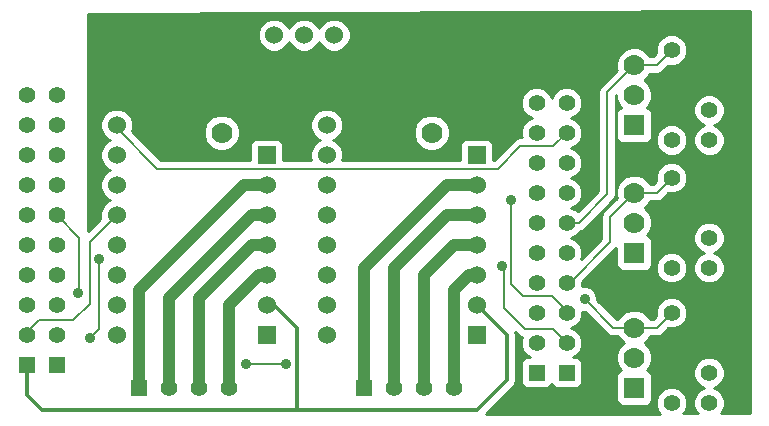
<source format=gtl>
G04 (created by PCBNEW (2012-nov-02)-testing) date Mon 24 Dec 2012 03:27:36 AM MST*
%MOIN*%
G04 Gerber Fmt 3.4, Leading zero omitted, Abs format*
%FSLAX34Y34*%
G01*
G70*
G90*
G04 APERTURE LIST*
%ADD10C,0.006*%
%ADD11R,0.055X0.055*%
%ADD12C,0.055*%
%ADD13R,0.06X0.06*%
%ADD14C,0.06*%
%ADD15R,0.07X0.07*%
%ADD16C,0.07*%
%ADD17C,0.035*%
%ADD18C,0.05*%
%ADD19C,0.008*%
%ADD20C,0.04*%
%ADD21C,0.012*%
%ADD22C,0.01*%
G04 APERTURE END LIST*
G54D10*
G54D11*
X99150Y-10200D03*
G54D12*
X99150Y-11200D03*
X99150Y-12200D03*
X99150Y-13200D03*
G54D11*
X99150Y-14450D03*
G54D12*
X99150Y-15450D03*
X99150Y-16450D03*
X99150Y-17450D03*
G54D11*
X87650Y-21450D03*
G54D12*
X88650Y-21450D03*
X89650Y-21450D03*
X90650Y-21450D03*
G54D11*
X80150Y-21450D03*
G54D12*
X81150Y-21450D03*
X82150Y-21450D03*
X83150Y-21450D03*
G54D11*
X99150Y-18950D03*
G54D12*
X99150Y-19950D03*
X99150Y-20950D03*
X99150Y-21950D03*
G54D11*
X76400Y-20700D03*
G54D12*
X76400Y-19700D03*
X76400Y-18700D03*
X76400Y-17700D03*
X76400Y-16700D03*
X76400Y-15700D03*
X76400Y-14700D03*
X76400Y-13700D03*
X76400Y-12700D03*
X76400Y-11700D03*
G54D11*
X93400Y-20950D03*
G54D12*
X93400Y-19950D03*
X93400Y-18950D03*
X93400Y-17950D03*
X93400Y-16950D03*
X93400Y-15950D03*
X93400Y-14950D03*
X93400Y-13950D03*
X93400Y-12950D03*
X93400Y-11950D03*
G54D11*
X77400Y-20700D03*
G54D12*
X77400Y-19700D03*
X77400Y-18700D03*
X77400Y-17700D03*
X77400Y-16700D03*
X77400Y-15700D03*
X77400Y-14700D03*
X77400Y-13700D03*
X77400Y-12700D03*
X77400Y-11700D03*
G54D11*
X94400Y-20950D03*
G54D12*
X94400Y-19950D03*
X94400Y-18950D03*
X94400Y-17950D03*
X94400Y-16950D03*
X94400Y-15950D03*
X94400Y-14950D03*
X94400Y-13950D03*
X94400Y-12950D03*
X94400Y-11950D03*
X97900Y-18950D03*
X97900Y-21950D03*
X97900Y-14450D03*
X97900Y-17450D03*
X97900Y-10200D03*
X97900Y-13200D03*
G54D13*
X84650Y-10700D03*
G54D14*
X84650Y-9700D03*
X85650Y-10700D03*
X85650Y-9700D03*
X86650Y-10700D03*
X86650Y-9700D03*
G54D15*
X80900Y-12950D03*
G54D16*
X82900Y-12950D03*
G54D15*
X87900Y-12950D03*
G54D16*
X89900Y-12950D03*
G54D13*
X91400Y-19700D03*
G54D14*
X91400Y-18700D03*
X91400Y-17700D03*
X91400Y-16700D03*
X91400Y-15700D03*
X91400Y-14700D03*
G54D13*
X91400Y-13700D03*
G54D14*
X91400Y-12700D03*
X86400Y-12700D03*
X86400Y-13700D03*
X86400Y-14700D03*
X86400Y-15700D03*
X86400Y-16700D03*
X86400Y-17700D03*
X86400Y-18700D03*
X86400Y-19700D03*
G54D13*
X84400Y-19700D03*
G54D14*
X84400Y-18700D03*
X84400Y-17700D03*
X84400Y-16700D03*
X84400Y-15700D03*
X84400Y-14700D03*
G54D13*
X84400Y-13700D03*
G54D14*
X84400Y-12700D03*
X79400Y-12700D03*
X79400Y-13700D03*
X79400Y-14700D03*
X79400Y-15700D03*
X79400Y-16700D03*
X79400Y-17700D03*
X79400Y-18700D03*
X79400Y-19700D03*
G54D16*
X96650Y-19450D03*
X96650Y-20450D03*
G54D15*
X96650Y-21450D03*
G54D16*
X96650Y-14950D03*
X96650Y-15950D03*
G54D15*
X96650Y-16950D03*
G54D16*
X96650Y-10700D03*
X96650Y-11700D03*
G54D15*
X96650Y-12700D03*
G54D17*
X95000Y-18500D03*
X78100Y-18300D03*
X78800Y-17150D03*
X78500Y-19800D03*
X83700Y-20650D03*
X85050Y-20650D03*
X92250Y-17400D03*
X92550Y-15200D03*
G54D18*
X86650Y-10700D02*
X94650Y-10700D01*
X98400Y-9450D02*
X99150Y-10200D01*
X95900Y-9450D02*
X98400Y-9450D01*
X94650Y-10700D02*
X95900Y-9450D01*
X99150Y-10200D02*
X99150Y-11200D01*
X91400Y-12700D02*
X91150Y-12700D01*
X90400Y-11950D02*
X87900Y-11950D01*
X91150Y-12700D02*
X90400Y-11950D01*
X80900Y-12950D02*
X80900Y-11700D01*
X81900Y-10700D02*
X84650Y-10700D01*
X80900Y-11700D02*
X81900Y-10700D01*
X86650Y-10700D02*
X86900Y-10700D01*
X87900Y-11700D02*
X87900Y-11950D01*
X87900Y-11950D02*
X87900Y-12950D01*
X86900Y-10700D02*
X87900Y-11700D01*
X84400Y-12700D02*
X84400Y-10950D01*
X84400Y-10950D02*
X84650Y-10700D01*
G54D19*
X96650Y-19450D02*
X97400Y-19450D01*
X97400Y-19450D02*
X97900Y-18950D01*
X96650Y-19450D02*
X95950Y-19450D01*
X95950Y-19450D02*
X95000Y-18500D01*
X78150Y-16450D02*
X77400Y-15700D01*
X78150Y-18250D02*
X78150Y-16450D01*
X78100Y-18300D02*
X78150Y-18250D01*
X79400Y-12700D02*
X79400Y-12800D01*
X93950Y-13400D02*
X94400Y-12950D01*
X92850Y-13400D02*
X93950Y-13400D01*
X92100Y-14150D02*
X92850Y-13400D01*
X80750Y-14150D02*
X92100Y-14150D01*
X79400Y-12800D02*
X80750Y-14150D01*
X96650Y-14950D02*
X97400Y-14950D01*
X97400Y-14950D02*
X97900Y-14450D01*
X94400Y-17950D02*
X94500Y-17950D01*
X95850Y-15750D02*
X96650Y-14950D01*
X95850Y-16600D02*
X95850Y-15750D01*
X94500Y-17950D02*
X95850Y-16600D01*
X78800Y-19500D02*
X78800Y-17150D01*
X78500Y-19800D02*
X78800Y-19500D01*
X85050Y-20650D02*
X83700Y-20650D01*
X96650Y-10700D02*
X97400Y-10700D01*
X97400Y-10700D02*
X97900Y-10200D01*
X94400Y-15950D02*
X94800Y-15950D01*
X95750Y-11600D02*
X96650Y-10700D01*
X95750Y-15000D02*
X95750Y-11600D01*
X94800Y-15950D02*
X95750Y-15000D01*
X76400Y-19700D02*
X76400Y-19600D01*
X78500Y-16600D02*
X79400Y-15700D01*
X78500Y-18650D02*
X78500Y-16600D01*
X77950Y-19200D02*
X78500Y-18650D01*
X76800Y-19200D02*
X77950Y-19200D01*
X76400Y-19600D02*
X76800Y-19200D01*
X93950Y-19500D02*
X94400Y-19950D01*
X93000Y-19500D02*
X93950Y-19500D01*
X92300Y-18800D02*
X93000Y-19500D01*
X92300Y-17450D02*
X92300Y-18800D01*
X92250Y-17400D02*
X92300Y-17450D01*
X94400Y-18950D02*
X94400Y-18900D01*
X92550Y-18000D02*
X92550Y-15200D01*
X92950Y-18400D02*
X92550Y-18000D01*
X93900Y-18400D02*
X92950Y-18400D01*
X94400Y-18900D02*
X93900Y-18400D01*
G54D20*
X91400Y-14700D02*
X90400Y-14700D01*
X90400Y-14700D02*
X87650Y-17450D01*
X87650Y-17450D02*
X87650Y-21450D01*
X80150Y-21450D02*
X80150Y-18200D01*
X80150Y-18200D02*
X83650Y-14700D01*
X83650Y-14700D02*
X84400Y-14700D01*
X84400Y-15700D02*
X83900Y-15700D01*
X83900Y-15700D02*
X81150Y-18450D01*
X81150Y-18450D02*
X81150Y-21450D01*
X82150Y-21450D02*
X82150Y-18450D01*
X82150Y-18450D02*
X83900Y-16700D01*
X83900Y-16700D02*
X84400Y-16700D01*
X84400Y-17700D02*
X84150Y-17700D01*
X84150Y-17700D02*
X83150Y-18700D01*
X83150Y-18700D02*
X83150Y-21450D01*
X91400Y-15700D02*
X90400Y-15700D01*
X90400Y-15700D02*
X88650Y-17450D01*
X88650Y-17450D02*
X88650Y-21450D01*
X91400Y-17700D02*
X91150Y-17700D01*
X91150Y-17700D02*
X90650Y-18200D01*
X90650Y-18200D02*
X90650Y-21450D01*
X91400Y-16700D02*
X90650Y-16700D01*
X90650Y-16700D02*
X89650Y-17700D01*
X89650Y-17700D02*
X89650Y-21450D01*
G54D21*
X84400Y-18700D02*
X84650Y-18700D01*
X85400Y-19450D02*
X85400Y-22200D01*
X84650Y-18700D02*
X85400Y-19450D01*
X76400Y-20700D02*
X76400Y-21700D01*
X92400Y-19700D02*
X91400Y-18700D01*
X92400Y-21200D02*
X92400Y-19700D01*
X91400Y-22200D02*
X92400Y-21200D01*
X76900Y-22200D02*
X85400Y-22200D01*
X85400Y-22200D02*
X91400Y-22200D01*
X76400Y-21700D02*
X76900Y-22200D01*
G54D10*
G36*
X100500Y-22300D02*
X99537Y-22304D01*
X99594Y-22247D01*
X99674Y-22054D01*
X99675Y-21846D01*
X99595Y-21653D01*
X99447Y-21505D01*
X99314Y-21449D01*
X99447Y-21395D01*
X99594Y-21247D01*
X99674Y-21054D01*
X99675Y-20846D01*
X99675Y-17346D01*
X99595Y-17153D01*
X99447Y-17005D01*
X99314Y-16949D01*
X99447Y-16895D01*
X99594Y-16747D01*
X99674Y-16554D01*
X99675Y-16346D01*
X99675Y-13096D01*
X99595Y-12903D01*
X99447Y-12755D01*
X99314Y-12699D01*
X99447Y-12645D01*
X99594Y-12497D01*
X99674Y-12304D01*
X99675Y-12096D01*
X99595Y-11903D01*
X99447Y-11755D01*
X99254Y-11675D01*
X99046Y-11674D01*
X98853Y-11754D01*
X98705Y-11902D01*
X98625Y-12095D01*
X98624Y-12303D01*
X98704Y-12497D01*
X98852Y-12644D01*
X98985Y-12700D01*
X98853Y-12754D01*
X98705Y-12902D01*
X98625Y-13095D01*
X98624Y-13303D01*
X98704Y-13497D01*
X98852Y-13644D01*
X99045Y-13724D01*
X99253Y-13725D01*
X99447Y-13645D01*
X99594Y-13497D01*
X99674Y-13304D01*
X99675Y-13096D01*
X99675Y-16346D01*
X99595Y-16153D01*
X99447Y-16005D01*
X99254Y-15925D01*
X99046Y-15924D01*
X98853Y-16004D01*
X98705Y-16152D01*
X98625Y-16345D01*
X98624Y-16553D01*
X98704Y-16747D01*
X98852Y-16894D01*
X98985Y-16950D01*
X98853Y-17004D01*
X98705Y-17152D01*
X98625Y-17345D01*
X98624Y-17553D01*
X98704Y-17747D01*
X98852Y-17894D01*
X99045Y-17974D01*
X99253Y-17975D01*
X99447Y-17895D01*
X99594Y-17747D01*
X99674Y-17554D01*
X99675Y-17346D01*
X99675Y-20846D01*
X99595Y-20653D01*
X99447Y-20505D01*
X99254Y-20425D01*
X99046Y-20424D01*
X98853Y-20504D01*
X98705Y-20652D01*
X98625Y-20845D01*
X98624Y-21053D01*
X98704Y-21247D01*
X98852Y-21394D01*
X98985Y-21450D01*
X98853Y-21504D01*
X98705Y-21652D01*
X98625Y-21845D01*
X98624Y-22053D01*
X98704Y-22247D01*
X98765Y-22308D01*
X98282Y-22310D01*
X98344Y-22247D01*
X98424Y-22054D01*
X98425Y-21846D01*
X98345Y-21653D01*
X98197Y-21505D01*
X98004Y-21425D01*
X97796Y-21424D01*
X97603Y-21504D01*
X97455Y-21652D01*
X97375Y-21845D01*
X97374Y-22053D01*
X97454Y-22247D01*
X97521Y-22313D01*
X91698Y-22339D01*
X92619Y-21419D01*
X92686Y-21318D01*
X92710Y-21200D01*
X92710Y-19700D01*
X92690Y-19600D01*
X92794Y-19705D01*
X92794Y-19705D01*
X92889Y-19767D01*
X92905Y-19771D01*
X92905Y-19771D01*
X92875Y-19845D01*
X92874Y-20053D01*
X92954Y-20247D01*
X93102Y-20394D01*
X93174Y-20424D01*
X93075Y-20424D01*
X92983Y-20462D01*
X92913Y-20533D01*
X92875Y-20625D01*
X92874Y-20724D01*
X92874Y-21274D01*
X92912Y-21366D01*
X92983Y-21436D01*
X93075Y-21474D01*
X93174Y-21475D01*
X93724Y-21475D01*
X93816Y-21437D01*
X93886Y-21366D01*
X93899Y-21335D01*
X93912Y-21366D01*
X93983Y-21436D01*
X94075Y-21474D01*
X94174Y-21475D01*
X94724Y-21475D01*
X94816Y-21437D01*
X94886Y-21366D01*
X94924Y-21274D01*
X94925Y-21175D01*
X94925Y-20625D01*
X94887Y-20533D01*
X94816Y-20463D01*
X94724Y-20425D01*
X94625Y-20424D01*
X94625Y-20424D01*
X94697Y-20395D01*
X94844Y-20247D01*
X94924Y-20054D01*
X94925Y-19846D01*
X94845Y-19653D01*
X94697Y-19505D01*
X94564Y-19449D01*
X94697Y-19395D01*
X94844Y-19247D01*
X94924Y-19054D01*
X94925Y-18924D01*
X95014Y-18925D01*
X95744Y-19655D01*
X95839Y-19717D01*
X95950Y-19740D01*
X96120Y-19740D01*
X96141Y-19789D01*
X96301Y-19950D01*
X96141Y-20109D01*
X96050Y-20330D01*
X96049Y-20568D01*
X96141Y-20789D01*
X96215Y-20864D01*
X96158Y-20887D01*
X96088Y-20958D01*
X96050Y-21050D01*
X96049Y-21149D01*
X96049Y-21849D01*
X96087Y-21941D01*
X96158Y-22011D01*
X96250Y-22049D01*
X96349Y-22050D01*
X97049Y-22050D01*
X97141Y-22012D01*
X97211Y-21941D01*
X97249Y-21849D01*
X97250Y-21750D01*
X97250Y-21050D01*
X97212Y-20958D01*
X97141Y-20888D01*
X97084Y-20864D01*
X97158Y-20790D01*
X97249Y-20569D01*
X97250Y-20331D01*
X97158Y-20110D01*
X96998Y-19949D01*
X97158Y-19790D01*
X97179Y-19740D01*
X97400Y-19740D01*
X97510Y-19717D01*
X97605Y-19655D01*
X97788Y-19472D01*
X97795Y-19474D01*
X98003Y-19475D01*
X98197Y-19395D01*
X98344Y-19247D01*
X98424Y-19054D01*
X98425Y-18846D01*
X98425Y-17346D01*
X98345Y-17153D01*
X98197Y-17005D01*
X98004Y-16925D01*
X97796Y-16924D01*
X97603Y-17004D01*
X97455Y-17152D01*
X97375Y-17345D01*
X97374Y-17553D01*
X97454Y-17747D01*
X97602Y-17894D01*
X97795Y-17974D01*
X98003Y-17975D01*
X98197Y-17895D01*
X98344Y-17747D01*
X98424Y-17554D01*
X98425Y-17346D01*
X98425Y-18846D01*
X98345Y-18653D01*
X98197Y-18505D01*
X98004Y-18425D01*
X97796Y-18424D01*
X97603Y-18504D01*
X97455Y-18652D01*
X97375Y-18845D01*
X97374Y-19053D01*
X97378Y-19061D01*
X97279Y-19160D01*
X97179Y-19160D01*
X97158Y-19110D01*
X96990Y-18941D01*
X96769Y-18850D01*
X96531Y-18849D01*
X96310Y-18941D01*
X96141Y-19109D01*
X96120Y-19160D01*
X96070Y-19160D01*
X95424Y-18514D01*
X95425Y-18415D01*
X95360Y-18259D01*
X95241Y-18139D01*
X95084Y-18075D01*
X94916Y-18074D01*
X94924Y-18054D01*
X94925Y-17935D01*
X96049Y-16810D01*
X96049Y-17349D01*
X96087Y-17441D01*
X96158Y-17511D01*
X96250Y-17549D01*
X96349Y-17550D01*
X97049Y-17550D01*
X97141Y-17512D01*
X97211Y-17441D01*
X97249Y-17349D01*
X97250Y-17250D01*
X97250Y-16550D01*
X97212Y-16458D01*
X97141Y-16388D01*
X97084Y-16364D01*
X97158Y-16290D01*
X97249Y-16069D01*
X97250Y-15831D01*
X97158Y-15610D01*
X96998Y-15449D01*
X97158Y-15290D01*
X97179Y-15240D01*
X97400Y-15240D01*
X97510Y-15217D01*
X97605Y-15155D01*
X97788Y-14972D01*
X97795Y-14974D01*
X98003Y-14975D01*
X98197Y-14895D01*
X98344Y-14747D01*
X98424Y-14554D01*
X98425Y-14346D01*
X98425Y-13096D01*
X98345Y-12903D01*
X98197Y-12755D01*
X98004Y-12675D01*
X97796Y-12674D01*
X97603Y-12754D01*
X97455Y-12902D01*
X97375Y-13095D01*
X97374Y-13303D01*
X97454Y-13497D01*
X97602Y-13644D01*
X97795Y-13724D01*
X98003Y-13725D01*
X98197Y-13645D01*
X98344Y-13497D01*
X98424Y-13304D01*
X98425Y-13096D01*
X98425Y-14346D01*
X98345Y-14153D01*
X98197Y-14005D01*
X98004Y-13925D01*
X97796Y-13924D01*
X97603Y-14004D01*
X97455Y-14152D01*
X97375Y-14345D01*
X97374Y-14553D01*
X97378Y-14561D01*
X97279Y-14660D01*
X97179Y-14660D01*
X97158Y-14610D01*
X96990Y-14441D01*
X96769Y-14350D01*
X96531Y-14349D01*
X96310Y-14441D01*
X96141Y-14609D01*
X96050Y-14830D01*
X96049Y-15068D01*
X96070Y-15119D01*
X95644Y-15544D01*
X95582Y-15639D01*
X95560Y-15750D01*
X95560Y-16479D01*
X94882Y-17157D01*
X94924Y-17054D01*
X94925Y-16846D01*
X94845Y-16653D01*
X94697Y-16505D01*
X94564Y-16449D01*
X94697Y-16395D01*
X94844Y-16247D01*
X94852Y-16229D01*
X94910Y-16217D01*
X95005Y-16155D01*
X95955Y-15205D01*
X96017Y-15110D01*
X96040Y-15000D01*
X96040Y-11720D01*
X96049Y-11710D01*
X96049Y-11818D01*
X96141Y-12039D01*
X96215Y-12114D01*
X96158Y-12137D01*
X96088Y-12208D01*
X96050Y-12300D01*
X96049Y-12399D01*
X96049Y-13099D01*
X96087Y-13191D01*
X96158Y-13261D01*
X96250Y-13299D01*
X96349Y-13300D01*
X97049Y-13300D01*
X97141Y-13262D01*
X97211Y-13191D01*
X97249Y-13099D01*
X97250Y-13000D01*
X97250Y-12300D01*
X97212Y-12208D01*
X97141Y-12138D01*
X97084Y-12114D01*
X97158Y-12040D01*
X97249Y-11819D01*
X97250Y-11581D01*
X97158Y-11360D01*
X96998Y-11199D01*
X97158Y-11040D01*
X97179Y-10990D01*
X97400Y-10990D01*
X97510Y-10967D01*
X97605Y-10905D01*
X97788Y-10722D01*
X97795Y-10724D01*
X98003Y-10725D01*
X98197Y-10645D01*
X98344Y-10497D01*
X98424Y-10304D01*
X98425Y-10096D01*
X98345Y-9903D01*
X98197Y-9755D01*
X98004Y-9675D01*
X97796Y-9674D01*
X97603Y-9754D01*
X97455Y-9902D01*
X97375Y-10095D01*
X97374Y-10303D01*
X97378Y-10311D01*
X97279Y-10410D01*
X97179Y-10410D01*
X97158Y-10360D01*
X96990Y-10191D01*
X96769Y-10100D01*
X96531Y-10099D01*
X96310Y-10191D01*
X96141Y-10359D01*
X96050Y-10580D01*
X96049Y-10818D01*
X96070Y-10869D01*
X95544Y-11394D01*
X95482Y-11489D01*
X95460Y-11600D01*
X95460Y-14879D01*
X94766Y-15573D01*
X94697Y-15505D01*
X94564Y-15449D01*
X94697Y-15395D01*
X94844Y-15247D01*
X94924Y-15054D01*
X94925Y-14846D01*
X94845Y-14653D01*
X94697Y-14505D01*
X94564Y-14449D01*
X94697Y-14395D01*
X94844Y-14247D01*
X94924Y-14054D01*
X94925Y-13846D01*
X94845Y-13653D01*
X94697Y-13505D01*
X94564Y-13449D01*
X94697Y-13395D01*
X94844Y-13247D01*
X94924Y-13054D01*
X94925Y-12846D01*
X94845Y-12653D01*
X94697Y-12505D01*
X94564Y-12449D01*
X94697Y-12395D01*
X94844Y-12247D01*
X94924Y-12054D01*
X94925Y-11846D01*
X94845Y-11653D01*
X94697Y-11505D01*
X94504Y-11425D01*
X94296Y-11424D01*
X94103Y-11504D01*
X93955Y-11652D01*
X93899Y-11785D01*
X93845Y-11653D01*
X93697Y-11505D01*
X93504Y-11425D01*
X93296Y-11424D01*
X93103Y-11504D01*
X92955Y-11652D01*
X92875Y-11845D01*
X92874Y-12053D01*
X92954Y-12247D01*
X93102Y-12394D01*
X93235Y-12450D01*
X93103Y-12504D01*
X92955Y-12652D01*
X92875Y-12845D01*
X92874Y-13053D01*
X92898Y-13110D01*
X92850Y-13110D01*
X92849Y-13110D01*
X92739Y-13132D01*
X92644Y-13194D01*
X92644Y-13194D01*
X91979Y-13860D01*
X91950Y-13860D01*
X91950Y-13350D01*
X91912Y-13258D01*
X91841Y-13188D01*
X91749Y-13150D01*
X91650Y-13149D01*
X91050Y-13149D01*
X90958Y-13187D01*
X90888Y-13258D01*
X90850Y-13350D01*
X90849Y-13449D01*
X90849Y-13860D01*
X90500Y-13860D01*
X90500Y-12831D01*
X90408Y-12610D01*
X90240Y-12441D01*
X90019Y-12350D01*
X89781Y-12349D01*
X89560Y-12441D01*
X89391Y-12609D01*
X89300Y-12830D01*
X89299Y-13068D01*
X89391Y-13289D01*
X89559Y-13458D01*
X89780Y-13549D01*
X90018Y-13550D01*
X90239Y-13458D01*
X90408Y-13290D01*
X90499Y-13069D01*
X90500Y-12831D01*
X90500Y-13860D01*
X87200Y-13860D01*
X87200Y-9591D01*
X87116Y-9388D01*
X86961Y-9234D01*
X86759Y-9150D01*
X86541Y-9149D01*
X86338Y-9233D01*
X86184Y-9388D01*
X86150Y-9469D01*
X86116Y-9388D01*
X85961Y-9234D01*
X85759Y-9150D01*
X85541Y-9149D01*
X85338Y-9233D01*
X85184Y-9388D01*
X85150Y-9469D01*
X85116Y-9388D01*
X84961Y-9234D01*
X84759Y-9150D01*
X84541Y-9149D01*
X84338Y-9233D01*
X84184Y-9388D01*
X84100Y-9590D01*
X84099Y-9808D01*
X84183Y-10011D01*
X84338Y-10165D01*
X84540Y-10249D01*
X84758Y-10250D01*
X84961Y-10166D01*
X85115Y-10011D01*
X85149Y-9930D01*
X85183Y-10011D01*
X85338Y-10165D01*
X85540Y-10249D01*
X85758Y-10250D01*
X85961Y-10166D01*
X86115Y-10011D01*
X86149Y-9930D01*
X86183Y-10011D01*
X86338Y-10165D01*
X86540Y-10249D01*
X86758Y-10250D01*
X86961Y-10166D01*
X87115Y-10011D01*
X87199Y-9809D01*
X87200Y-9591D01*
X87200Y-13860D01*
X86929Y-13860D01*
X86949Y-13809D01*
X86950Y-13591D01*
X86866Y-13388D01*
X86711Y-13234D01*
X86630Y-13200D01*
X86711Y-13166D01*
X86865Y-13011D01*
X86949Y-12809D01*
X86950Y-12591D01*
X86866Y-12388D01*
X86711Y-12234D01*
X86509Y-12150D01*
X86291Y-12149D01*
X86088Y-12233D01*
X85934Y-12388D01*
X85850Y-12590D01*
X85849Y-12808D01*
X85933Y-13011D01*
X86088Y-13165D01*
X86169Y-13199D01*
X86088Y-13233D01*
X85934Y-13388D01*
X85850Y-13590D01*
X85849Y-13808D01*
X85871Y-13860D01*
X84950Y-13860D01*
X84950Y-13350D01*
X84912Y-13258D01*
X84841Y-13188D01*
X84749Y-13150D01*
X84650Y-13149D01*
X84050Y-13149D01*
X83958Y-13187D01*
X83888Y-13258D01*
X83850Y-13350D01*
X83849Y-13449D01*
X83849Y-13860D01*
X83500Y-13860D01*
X83500Y-12831D01*
X83408Y-12610D01*
X83240Y-12441D01*
X83019Y-12350D01*
X82781Y-12349D01*
X82560Y-12441D01*
X82391Y-12609D01*
X82300Y-12830D01*
X82299Y-13068D01*
X82391Y-13289D01*
X82559Y-13458D01*
X82780Y-13549D01*
X83018Y-13550D01*
X83239Y-13458D01*
X83408Y-13290D01*
X83499Y-13069D01*
X83500Y-12831D01*
X83500Y-13860D01*
X80870Y-13860D01*
X79911Y-12901D01*
X79949Y-12809D01*
X79950Y-12591D01*
X79866Y-12388D01*
X79711Y-12234D01*
X79509Y-12150D01*
X79291Y-12149D01*
X79088Y-12233D01*
X78934Y-12388D01*
X78850Y-12590D01*
X78849Y-12808D01*
X78933Y-13011D01*
X79088Y-13165D01*
X79169Y-13199D01*
X79088Y-13233D01*
X78934Y-13388D01*
X78850Y-13590D01*
X78849Y-13808D01*
X78933Y-14011D01*
X79088Y-14165D01*
X79169Y-14199D01*
X79088Y-14233D01*
X78934Y-14388D01*
X78850Y-14590D01*
X78849Y-14808D01*
X78933Y-15011D01*
X79088Y-15165D01*
X79169Y-15199D01*
X79088Y-15233D01*
X78934Y-15388D01*
X78850Y-15590D01*
X78849Y-15808D01*
X78858Y-15830D01*
X78450Y-16239D01*
X78450Y-8999D01*
X100500Y-8900D01*
X100500Y-22300D01*
X100500Y-22300D01*
G37*
G54D22*
X100500Y-22300D02*
X99537Y-22304D01*
X99594Y-22247D01*
X99674Y-22054D01*
X99675Y-21846D01*
X99595Y-21653D01*
X99447Y-21505D01*
X99314Y-21449D01*
X99447Y-21395D01*
X99594Y-21247D01*
X99674Y-21054D01*
X99675Y-20846D01*
X99675Y-17346D01*
X99595Y-17153D01*
X99447Y-17005D01*
X99314Y-16949D01*
X99447Y-16895D01*
X99594Y-16747D01*
X99674Y-16554D01*
X99675Y-16346D01*
X99675Y-13096D01*
X99595Y-12903D01*
X99447Y-12755D01*
X99314Y-12699D01*
X99447Y-12645D01*
X99594Y-12497D01*
X99674Y-12304D01*
X99675Y-12096D01*
X99595Y-11903D01*
X99447Y-11755D01*
X99254Y-11675D01*
X99046Y-11674D01*
X98853Y-11754D01*
X98705Y-11902D01*
X98625Y-12095D01*
X98624Y-12303D01*
X98704Y-12497D01*
X98852Y-12644D01*
X98985Y-12700D01*
X98853Y-12754D01*
X98705Y-12902D01*
X98625Y-13095D01*
X98624Y-13303D01*
X98704Y-13497D01*
X98852Y-13644D01*
X99045Y-13724D01*
X99253Y-13725D01*
X99447Y-13645D01*
X99594Y-13497D01*
X99674Y-13304D01*
X99675Y-13096D01*
X99675Y-16346D01*
X99595Y-16153D01*
X99447Y-16005D01*
X99254Y-15925D01*
X99046Y-15924D01*
X98853Y-16004D01*
X98705Y-16152D01*
X98625Y-16345D01*
X98624Y-16553D01*
X98704Y-16747D01*
X98852Y-16894D01*
X98985Y-16950D01*
X98853Y-17004D01*
X98705Y-17152D01*
X98625Y-17345D01*
X98624Y-17553D01*
X98704Y-17747D01*
X98852Y-17894D01*
X99045Y-17974D01*
X99253Y-17975D01*
X99447Y-17895D01*
X99594Y-17747D01*
X99674Y-17554D01*
X99675Y-17346D01*
X99675Y-20846D01*
X99595Y-20653D01*
X99447Y-20505D01*
X99254Y-20425D01*
X99046Y-20424D01*
X98853Y-20504D01*
X98705Y-20652D01*
X98625Y-20845D01*
X98624Y-21053D01*
X98704Y-21247D01*
X98852Y-21394D01*
X98985Y-21450D01*
X98853Y-21504D01*
X98705Y-21652D01*
X98625Y-21845D01*
X98624Y-22053D01*
X98704Y-22247D01*
X98765Y-22308D01*
X98282Y-22310D01*
X98344Y-22247D01*
X98424Y-22054D01*
X98425Y-21846D01*
X98345Y-21653D01*
X98197Y-21505D01*
X98004Y-21425D01*
X97796Y-21424D01*
X97603Y-21504D01*
X97455Y-21652D01*
X97375Y-21845D01*
X97374Y-22053D01*
X97454Y-22247D01*
X97521Y-22313D01*
X91698Y-22339D01*
X92619Y-21419D01*
X92686Y-21318D01*
X92710Y-21200D01*
X92710Y-19700D01*
X92690Y-19600D01*
X92794Y-19705D01*
X92794Y-19705D01*
X92889Y-19767D01*
X92905Y-19771D01*
X92905Y-19771D01*
X92875Y-19845D01*
X92874Y-20053D01*
X92954Y-20247D01*
X93102Y-20394D01*
X93174Y-20424D01*
X93075Y-20424D01*
X92983Y-20462D01*
X92913Y-20533D01*
X92875Y-20625D01*
X92874Y-20724D01*
X92874Y-21274D01*
X92912Y-21366D01*
X92983Y-21436D01*
X93075Y-21474D01*
X93174Y-21475D01*
X93724Y-21475D01*
X93816Y-21437D01*
X93886Y-21366D01*
X93899Y-21335D01*
X93912Y-21366D01*
X93983Y-21436D01*
X94075Y-21474D01*
X94174Y-21475D01*
X94724Y-21475D01*
X94816Y-21437D01*
X94886Y-21366D01*
X94924Y-21274D01*
X94925Y-21175D01*
X94925Y-20625D01*
X94887Y-20533D01*
X94816Y-20463D01*
X94724Y-20425D01*
X94625Y-20424D01*
X94625Y-20424D01*
X94697Y-20395D01*
X94844Y-20247D01*
X94924Y-20054D01*
X94925Y-19846D01*
X94845Y-19653D01*
X94697Y-19505D01*
X94564Y-19449D01*
X94697Y-19395D01*
X94844Y-19247D01*
X94924Y-19054D01*
X94925Y-18924D01*
X95014Y-18925D01*
X95744Y-19655D01*
X95839Y-19717D01*
X95950Y-19740D01*
X96120Y-19740D01*
X96141Y-19789D01*
X96301Y-19950D01*
X96141Y-20109D01*
X96050Y-20330D01*
X96049Y-20568D01*
X96141Y-20789D01*
X96215Y-20864D01*
X96158Y-20887D01*
X96088Y-20958D01*
X96050Y-21050D01*
X96049Y-21149D01*
X96049Y-21849D01*
X96087Y-21941D01*
X96158Y-22011D01*
X96250Y-22049D01*
X96349Y-22050D01*
X97049Y-22050D01*
X97141Y-22012D01*
X97211Y-21941D01*
X97249Y-21849D01*
X97250Y-21750D01*
X97250Y-21050D01*
X97212Y-20958D01*
X97141Y-20888D01*
X97084Y-20864D01*
X97158Y-20790D01*
X97249Y-20569D01*
X97250Y-20331D01*
X97158Y-20110D01*
X96998Y-19949D01*
X97158Y-19790D01*
X97179Y-19740D01*
X97400Y-19740D01*
X97510Y-19717D01*
X97605Y-19655D01*
X97788Y-19472D01*
X97795Y-19474D01*
X98003Y-19475D01*
X98197Y-19395D01*
X98344Y-19247D01*
X98424Y-19054D01*
X98425Y-18846D01*
X98425Y-17346D01*
X98345Y-17153D01*
X98197Y-17005D01*
X98004Y-16925D01*
X97796Y-16924D01*
X97603Y-17004D01*
X97455Y-17152D01*
X97375Y-17345D01*
X97374Y-17553D01*
X97454Y-17747D01*
X97602Y-17894D01*
X97795Y-17974D01*
X98003Y-17975D01*
X98197Y-17895D01*
X98344Y-17747D01*
X98424Y-17554D01*
X98425Y-17346D01*
X98425Y-18846D01*
X98345Y-18653D01*
X98197Y-18505D01*
X98004Y-18425D01*
X97796Y-18424D01*
X97603Y-18504D01*
X97455Y-18652D01*
X97375Y-18845D01*
X97374Y-19053D01*
X97378Y-19061D01*
X97279Y-19160D01*
X97179Y-19160D01*
X97158Y-19110D01*
X96990Y-18941D01*
X96769Y-18850D01*
X96531Y-18849D01*
X96310Y-18941D01*
X96141Y-19109D01*
X96120Y-19160D01*
X96070Y-19160D01*
X95424Y-18514D01*
X95425Y-18415D01*
X95360Y-18259D01*
X95241Y-18139D01*
X95084Y-18075D01*
X94916Y-18074D01*
X94924Y-18054D01*
X94925Y-17935D01*
X96049Y-16810D01*
X96049Y-17349D01*
X96087Y-17441D01*
X96158Y-17511D01*
X96250Y-17549D01*
X96349Y-17550D01*
X97049Y-17550D01*
X97141Y-17512D01*
X97211Y-17441D01*
X97249Y-17349D01*
X97250Y-17250D01*
X97250Y-16550D01*
X97212Y-16458D01*
X97141Y-16388D01*
X97084Y-16364D01*
X97158Y-16290D01*
X97249Y-16069D01*
X97250Y-15831D01*
X97158Y-15610D01*
X96998Y-15449D01*
X97158Y-15290D01*
X97179Y-15240D01*
X97400Y-15240D01*
X97510Y-15217D01*
X97605Y-15155D01*
X97788Y-14972D01*
X97795Y-14974D01*
X98003Y-14975D01*
X98197Y-14895D01*
X98344Y-14747D01*
X98424Y-14554D01*
X98425Y-14346D01*
X98425Y-13096D01*
X98345Y-12903D01*
X98197Y-12755D01*
X98004Y-12675D01*
X97796Y-12674D01*
X97603Y-12754D01*
X97455Y-12902D01*
X97375Y-13095D01*
X97374Y-13303D01*
X97454Y-13497D01*
X97602Y-13644D01*
X97795Y-13724D01*
X98003Y-13725D01*
X98197Y-13645D01*
X98344Y-13497D01*
X98424Y-13304D01*
X98425Y-13096D01*
X98425Y-14346D01*
X98345Y-14153D01*
X98197Y-14005D01*
X98004Y-13925D01*
X97796Y-13924D01*
X97603Y-14004D01*
X97455Y-14152D01*
X97375Y-14345D01*
X97374Y-14553D01*
X97378Y-14561D01*
X97279Y-14660D01*
X97179Y-14660D01*
X97158Y-14610D01*
X96990Y-14441D01*
X96769Y-14350D01*
X96531Y-14349D01*
X96310Y-14441D01*
X96141Y-14609D01*
X96050Y-14830D01*
X96049Y-15068D01*
X96070Y-15119D01*
X95644Y-15544D01*
X95582Y-15639D01*
X95560Y-15750D01*
X95560Y-16479D01*
X94882Y-17157D01*
X94924Y-17054D01*
X94925Y-16846D01*
X94845Y-16653D01*
X94697Y-16505D01*
X94564Y-16449D01*
X94697Y-16395D01*
X94844Y-16247D01*
X94852Y-16229D01*
X94910Y-16217D01*
X95005Y-16155D01*
X95955Y-15205D01*
X96017Y-15110D01*
X96040Y-15000D01*
X96040Y-11720D01*
X96049Y-11710D01*
X96049Y-11818D01*
X96141Y-12039D01*
X96215Y-12114D01*
X96158Y-12137D01*
X96088Y-12208D01*
X96050Y-12300D01*
X96049Y-12399D01*
X96049Y-13099D01*
X96087Y-13191D01*
X96158Y-13261D01*
X96250Y-13299D01*
X96349Y-13300D01*
X97049Y-13300D01*
X97141Y-13262D01*
X97211Y-13191D01*
X97249Y-13099D01*
X97250Y-13000D01*
X97250Y-12300D01*
X97212Y-12208D01*
X97141Y-12138D01*
X97084Y-12114D01*
X97158Y-12040D01*
X97249Y-11819D01*
X97250Y-11581D01*
X97158Y-11360D01*
X96998Y-11199D01*
X97158Y-11040D01*
X97179Y-10990D01*
X97400Y-10990D01*
X97510Y-10967D01*
X97605Y-10905D01*
X97788Y-10722D01*
X97795Y-10724D01*
X98003Y-10725D01*
X98197Y-10645D01*
X98344Y-10497D01*
X98424Y-10304D01*
X98425Y-10096D01*
X98345Y-9903D01*
X98197Y-9755D01*
X98004Y-9675D01*
X97796Y-9674D01*
X97603Y-9754D01*
X97455Y-9902D01*
X97375Y-10095D01*
X97374Y-10303D01*
X97378Y-10311D01*
X97279Y-10410D01*
X97179Y-10410D01*
X97158Y-10360D01*
X96990Y-10191D01*
X96769Y-10100D01*
X96531Y-10099D01*
X96310Y-10191D01*
X96141Y-10359D01*
X96050Y-10580D01*
X96049Y-10818D01*
X96070Y-10869D01*
X95544Y-11394D01*
X95482Y-11489D01*
X95460Y-11600D01*
X95460Y-14879D01*
X94766Y-15573D01*
X94697Y-15505D01*
X94564Y-15449D01*
X94697Y-15395D01*
X94844Y-15247D01*
X94924Y-15054D01*
X94925Y-14846D01*
X94845Y-14653D01*
X94697Y-14505D01*
X94564Y-14449D01*
X94697Y-14395D01*
X94844Y-14247D01*
X94924Y-14054D01*
X94925Y-13846D01*
X94845Y-13653D01*
X94697Y-13505D01*
X94564Y-13449D01*
X94697Y-13395D01*
X94844Y-13247D01*
X94924Y-13054D01*
X94925Y-12846D01*
X94845Y-12653D01*
X94697Y-12505D01*
X94564Y-12449D01*
X94697Y-12395D01*
X94844Y-12247D01*
X94924Y-12054D01*
X94925Y-11846D01*
X94845Y-11653D01*
X94697Y-11505D01*
X94504Y-11425D01*
X94296Y-11424D01*
X94103Y-11504D01*
X93955Y-11652D01*
X93899Y-11785D01*
X93845Y-11653D01*
X93697Y-11505D01*
X93504Y-11425D01*
X93296Y-11424D01*
X93103Y-11504D01*
X92955Y-11652D01*
X92875Y-11845D01*
X92874Y-12053D01*
X92954Y-12247D01*
X93102Y-12394D01*
X93235Y-12450D01*
X93103Y-12504D01*
X92955Y-12652D01*
X92875Y-12845D01*
X92874Y-13053D01*
X92898Y-13110D01*
X92850Y-13110D01*
X92849Y-13110D01*
X92739Y-13132D01*
X92644Y-13194D01*
X92644Y-13194D01*
X91979Y-13860D01*
X91950Y-13860D01*
X91950Y-13350D01*
X91912Y-13258D01*
X91841Y-13188D01*
X91749Y-13150D01*
X91650Y-13149D01*
X91050Y-13149D01*
X90958Y-13187D01*
X90888Y-13258D01*
X90850Y-13350D01*
X90849Y-13449D01*
X90849Y-13860D01*
X90500Y-13860D01*
X90500Y-12831D01*
X90408Y-12610D01*
X90240Y-12441D01*
X90019Y-12350D01*
X89781Y-12349D01*
X89560Y-12441D01*
X89391Y-12609D01*
X89300Y-12830D01*
X89299Y-13068D01*
X89391Y-13289D01*
X89559Y-13458D01*
X89780Y-13549D01*
X90018Y-13550D01*
X90239Y-13458D01*
X90408Y-13290D01*
X90499Y-13069D01*
X90500Y-12831D01*
X90500Y-13860D01*
X87200Y-13860D01*
X87200Y-9591D01*
X87116Y-9388D01*
X86961Y-9234D01*
X86759Y-9150D01*
X86541Y-9149D01*
X86338Y-9233D01*
X86184Y-9388D01*
X86150Y-9469D01*
X86116Y-9388D01*
X85961Y-9234D01*
X85759Y-9150D01*
X85541Y-9149D01*
X85338Y-9233D01*
X85184Y-9388D01*
X85150Y-9469D01*
X85116Y-9388D01*
X84961Y-9234D01*
X84759Y-9150D01*
X84541Y-9149D01*
X84338Y-9233D01*
X84184Y-9388D01*
X84100Y-9590D01*
X84099Y-9808D01*
X84183Y-10011D01*
X84338Y-10165D01*
X84540Y-10249D01*
X84758Y-10250D01*
X84961Y-10166D01*
X85115Y-10011D01*
X85149Y-9930D01*
X85183Y-10011D01*
X85338Y-10165D01*
X85540Y-10249D01*
X85758Y-10250D01*
X85961Y-10166D01*
X86115Y-10011D01*
X86149Y-9930D01*
X86183Y-10011D01*
X86338Y-10165D01*
X86540Y-10249D01*
X86758Y-10250D01*
X86961Y-10166D01*
X87115Y-10011D01*
X87199Y-9809D01*
X87200Y-9591D01*
X87200Y-13860D01*
X86929Y-13860D01*
X86949Y-13809D01*
X86950Y-13591D01*
X86866Y-13388D01*
X86711Y-13234D01*
X86630Y-13200D01*
X86711Y-13166D01*
X86865Y-13011D01*
X86949Y-12809D01*
X86950Y-12591D01*
X86866Y-12388D01*
X86711Y-12234D01*
X86509Y-12150D01*
X86291Y-12149D01*
X86088Y-12233D01*
X85934Y-12388D01*
X85850Y-12590D01*
X85849Y-12808D01*
X85933Y-13011D01*
X86088Y-13165D01*
X86169Y-13199D01*
X86088Y-13233D01*
X85934Y-13388D01*
X85850Y-13590D01*
X85849Y-13808D01*
X85871Y-13860D01*
X84950Y-13860D01*
X84950Y-13350D01*
X84912Y-13258D01*
X84841Y-13188D01*
X84749Y-13150D01*
X84650Y-13149D01*
X84050Y-13149D01*
X83958Y-13187D01*
X83888Y-13258D01*
X83850Y-13350D01*
X83849Y-13449D01*
X83849Y-13860D01*
X83500Y-13860D01*
X83500Y-12831D01*
X83408Y-12610D01*
X83240Y-12441D01*
X83019Y-12350D01*
X82781Y-12349D01*
X82560Y-12441D01*
X82391Y-12609D01*
X82300Y-12830D01*
X82299Y-13068D01*
X82391Y-13289D01*
X82559Y-13458D01*
X82780Y-13549D01*
X83018Y-13550D01*
X83239Y-13458D01*
X83408Y-13290D01*
X83499Y-13069D01*
X83500Y-12831D01*
X83500Y-13860D01*
X80870Y-13860D01*
X79911Y-12901D01*
X79949Y-12809D01*
X79950Y-12591D01*
X79866Y-12388D01*
X79711Y-12234D01*
X79509Y-12150D01*
X79291Y-12149D01*
X79088Y-12233D01*
X78934Y-12388D01*
X78850Y-12590D01*
X78849Y-12808D01*
X78933Y-13011D01*
X79088Y-13165D01*
X79169Y-13199D01*
X79088Y-13233D01*
X78934Y-13388D01*
X78850Y-13590D01*
X78849Y-13808D01*
X78933Y-14011D01*
X79088Y-14165D01*
X79169Y-14199D01*
X79088Y-14233D01*
X78934Y-14388D01*
X78850Y-14590D01*
X78849Y-14808D01*
X78933Y-15011D01*
X79088Y-15165D01*
X79169Y-15199D01*
X79088Y-15233D01*
X78934Y-15388D01*
X78850Y-15590D01*
X78849Y-15808D01*
X78858Y-15830D01*
X78450Y-16239D01*
X78450Y-8999D01*
X100500Y-8900D01*
X100500Y-22300D01*
M02*

</source>
